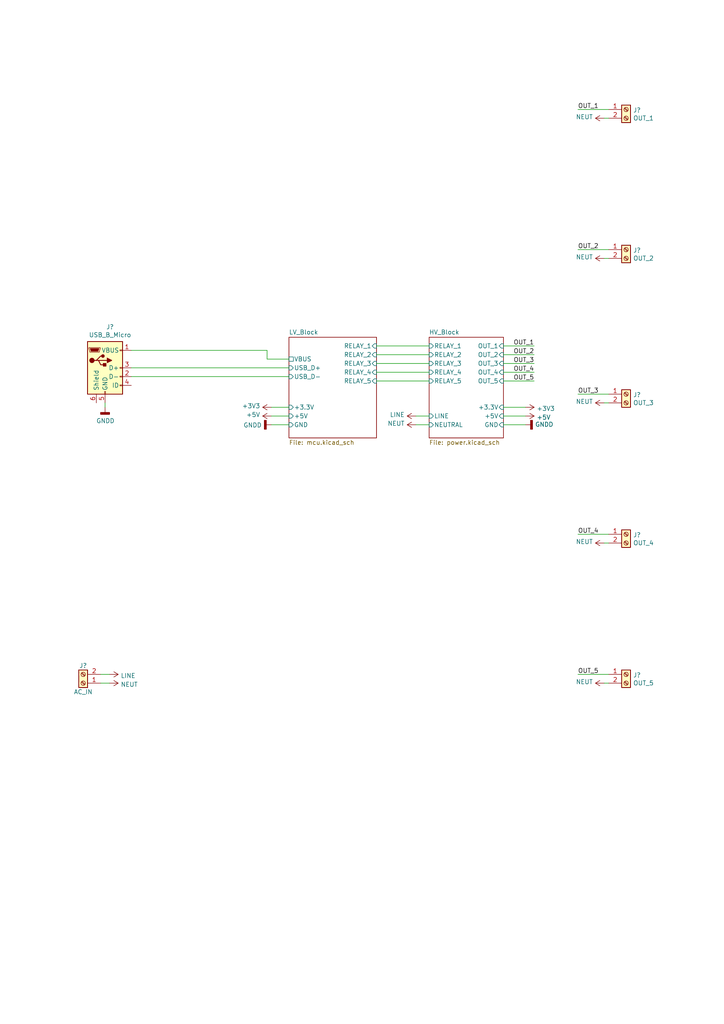
<source format=kicad_sch>
(kicad_sch (version 20211123) (generator eeschema)
  (paper "A4" portrait)
  (lib_symbols
    (symbol "Connector:Screw_Terminal_01x02" (pin_names (offset 1.016) hide)
      (property "Reference" "J" (at 0 2.54 0))
      (property "Value" "Screw_Terminal_01x02" (at 0 -5.08 0))
      (symbol "Screw_Terminal_01x02_1_1"
        (rectangle (start -1.27 1.27) (end 1.27 -3.81) (stroke (width 0.254)) (fill (type background)))
        (circle (center 0 -2.54) (radius 0.635) (stroke (width 0.1524)))
        (polyline (pts (xy -0.5334 -2.2098) (xy 0.3302 -3.048)) (stroke (width 0.1524)))
        (polyline (pts (xy -0.5334 0.3302) (xy 0.3302 -0.508)) (stroke (width 0.1524)))
        (polyline (pts (xy -0.3556 -2.032) (xy 0.508 -2.8702)) (stroke (width 0.1524)))
        (polyline (pts (xy -0.3556 0.508) (xy 0.508 -0.3302)) (stroke (width 0.1524)))
        (circle (center 0 0) (radius 0.635) (stroke (width 0.1524)))
        (pin passive line (at -5.08 0 0) (length 3.81) (name "Pin_1") (number "1"))
        (pin passive line (at -5.08 -2.54 0) (length 3.81) (name "Pin_2") (number "2"))
      )
    )
    (symbol "Connector:USB_B_Micro" (pin_names (offset 1.016))
      (property "Reference" "J" (at -5.08 11.43 0))
      (property "Value" "USB_B_Micro" (at -5.08 8.89 0))
      (symbol "USB_B_Micro_0_1"
        (rectangle (start -5.08 -7.62) (end 5.08 7.62) (stroke (width 0.254)) (fill (type background)))
        (circle (center -3.81 2.159) (radius 0.635) (stroke (width 0.254)) (fill (type outline)))
        (circle (center -0.635 3.429) (radius 0.381) (stroke (width 0.254)) (fill (type outline)))
        (rectangle (start -0.127 -7.62) (end 0.127 -6.858))
        (polyline (pts (xy -1.905 2.159) (xy 0.635 2.159)) (stroke (width 0.254)))
        (polyline (pts (xy -3.175 2.159) (xy -2.54 2.159) (xy -1.27 3.429) (xy -0.635 3.429)) (stroke (width 0.254)))
        (polyline (pts (xy -2.54 2.159) (xy -1.905 2.159) (xy -1.27 0.889) (xy 0 0.889)) (stroke (width 0.254)))
        (polyline (pts (xy 0.635 2.794) (xy 0.635 1.524) (xy 1.905 2.159) (xy 0.635 2.794)) (stroke (width 0.254)) (fill (type outline)))
        (polyline (pts (xy -4.318 5.588) (xy -1.778 5.588) (xy -2.032 4.826) (xy -4.064 4.826) (xy -4.318 5.588)) (fill (type outline)))
        (polyline (pts (xy -4.699 5.842) (xy -4.699 5.588) (xy -4.445 4.826) (xy -4.445 4.572) (xy -1.651 4.572) (xy -1.651 4.826) (xy -1.397 5.588) (xy -1.397 5.842) (xy -4.699 5.842)))
        (rectangle (start 0.254 1.27) (end -0.508 0.508) (stroke (width 0.254)) (fill (type outline)))
        (rectangle (start 5.08 -5.207) (end 4.318 -4.953))
        (rectangle (start 5.08 -2.667) (end 4.318 -2.413))
        (rectangle (start 5.08 -0.127) (end 4.318 0.127))
        (rectangle (start 5.08 4.953) (end 4.318 5.207))
      )
      (symbol "USB_B_Micro_1_1"
        (pin power_out line (at 7.62 5.08 180) (length 2.54) (name "VBUS") (number "1"))
        (pin bidirectional line (at 7.62 -2.54 180) (length 2.54) (name "D-") (number "2"))
        (pin bidirectional line (at 7.62 0 180) (length 2.54) (name "D+") (number "3"))
        (pin passive line (at 7.62 -5.08 180) (length 2.54) (name "ID") (number "4"))
        (pin power_out line (at 0 -10.16 90) (length 2.54) (name "GND") (number "5"))
        (pin passive line (at -2.54 -10.16 90) (length 2.54) (name "Shield") (number "6"))
      )
    )
    (symbol "power:+3.3V" (power) (pin_names (offset 0))
      (property "Value" "+3.3V" (at 0 3.556 0))
      (symbol "+3.3V_0_1"
        (polyline (pts (xy -0.762 1.27) (xy 0 2.54)))
        (polyline (pts (xy 0 0) (xy 0 2.54)))
        (polyline (pts (xy 0 2.54) (xy 0.762 1.27)))
      )
      (symbol "+3.3V_1_1"
        (pin power_in line (at 0 0 90) (length 0) hide (name "+3V3") (number "1"))
      )
    )
    (symbol "power:+5V" (power) (pin_names (offset 0))
      (property "Value" "+5V" (at 0 3.556 0))
      (symbol "+5V_0_1"
        (polyline (pts (xy -0.762 1.27) (xy 0 2.54)))
        (polyline (pts (xy 0 0) (xy 0 2.54)))
        (polyline (pts (xy 0 2.54) (xy 0.762 1.27)))
      )
      (symbol "+5V_1_1"
        (pin power_in line (at 0 0 90) (length 0) hide (name "+5V") (number "1"))
      )
    )
    (symbol "power:GNDD" (power) (pin_names (offset 0))
      (property "Value" "GNDD" (at 0 -3.175 0))
      (symbol "GNDD_0_1"
        (rectangle (start -1.27 -1.524) (end 1.27 -2.032) (stroke (width 0.254)) (fill (type outline)))
        (polyline (pts (xy 0 0) (xy 0 -1.524)))
      )
      (symbol "GNDD_1_1"
        (pin power_in line (at 0 0 270) (length 0) hide (name "GNDD") (number "1"))
      )
    )
    (symbol "power:LINE" (power) (pin_names (offset 0))
      (property "Value" "LINE" (at 0 3.81 0))
      (symbol "LINE_0_1"
        (polyline (pts (xy -0.762 1.27) (xy 0 2.54)))
        (polyline (pts (xy 0 0) (xy 0 2.54)))
        (polyline (pts (xy 0 2.54) (xy 0.762 1.27)))
      )
      (symbol "LINE_1_1"
        (pin power_in line (at 0 0 90) (length 0) hide (name "LINE") (number "1"))
      )
    )
    (symbol "power:NEUT" (power) (pin_names (offset 0))
      (property "Value" "NEUT" (at 0 3.81 0))
      (symbol "NEUT_0_1"
        (polyline (pts (xy -0.762 1.27) (xy 0 2.54)))
        (polyline (pts (xy 0 0) (xy 0 2.54)))
        (polyline (pts (xy 0 2.54) (xy 0.762 1.27)))
      )
      (symbol "NEUT_1_1"
        (pin power_in line (at 0 0 90) (length 0) hide (name "NEUT") (number "1"))
      )
    )
  )
  (wire (pts (xy 109.22 105.41) (xy 124.46 105.41)))
  (wire (pts (xy 38.1 109.22) (xy 83.82 109.22)))
  (wire (pts (xy 176.53 31.75) (xy 167.64 31.75)))
  (wire (pts (xy 176.53 157.48) (xy 175.26 157.48)))
  (wire (pts (xy 78.74 118.11) (xy 83.82 118.11)))
  (wire (pts (xy 146.05 105.41) (xy 154.94 105.41)))
  (wire (pts (xy 31.75 198.12) (xy 29.21 198.12)))
  (wire (pts (xy 30.48 118.11) (xy 30.48 116.84)))
  (wire (pts (xy 78.74 123.19) (xy 83.82 123.19)))
  (wire (pts (xy 152.4 120.65) (xy 146.05 120.65)))
  (wire (pts (xy 176.53 154.94) (xy 167.64 154.94)))
  (wire (pts (xy 38.1 101.6) (xy 77.47 101.6)))
  (wire (pts (xy 146.05 102.87) (xy 154.94 102.87)))
  (wire (pts (xy 77.47 104.14) (xy 83.82 104.14)))
  (wire (pts (xy 176.53 114.3) (xy 167.64 114.3)))
  (wire (pts (xy 120.65 123.19) (xy 124.46 123.19)))
  (wire (pts (xy 109.22 107.95) (xy 124.46 107.95)))
  (wire (pts (xy 78.74 120.65) (xy 83.82 120.65)))
  (wire (pts (xy 152.4 123.19) (xy 146.05 123.19)))
  (wire (pts (xy 146.05 110.49) (xy 154.94 110.49)))
  (wire (pts (xy 120.65 120.65) (xy 124.46 120.65)))
  (wire (pts (xy 38.1 106.68) (xy 83.82 106.68)))
  (wire (pts (xy 176.53 72.39) (xy 167.64 72.39)))
  (wire (pts (xy 31.75 195.58) (xy 29.21 195.58)))
  (wire (pts (xy 109.22 110.49) (xy 124.46 110.49)))
  (wire (pts (xy 109.22 100.33) (xy 124.46 100.33)))
  (wire (pts (xy 176.53 198.12) (xy 175.26 198.12)))
  (wire (pts (xy 146.05 107.95) (xy 154.94 107.95)))
  (wire (pts (xy 176.53 195.58) (xy 167.64 195.58)))
  (wire (pts (xy 109.22 102.87) (xy 124.46 102.87)))
  (wire (pts (xy 176.53 34.29) (xy 175.26 34.29)))
  (wire (pts (xy 146.05 100.33) (xy 154.94 100.33)))
  (wire (pts (xy 152.4 118.11) (xy 146.05 118.11)))
  (wire (pts (xy 176.53 116.84) (xy 175.26 116.84)))
  (wire (pts (xy 176.53 74.93) (xy 175.26 74.93)))
  (wire (pts (xy 77.47 101.6) (xy 77.47 104.14)))
  (label "OUT_3" (at 154.94 105.41 180))
  (label "OUT_2" (at 167.64 72.39 0))
  (label "OUT_3" (at 167.64 114.3 0))
  (label "OUT_4" (at 167.64 154.94 0))
  (label "OUT_1" (at 167.64 31.75 0))
  (label "OUT_4" (at 154.94 107.95 180))
  (label "OUT_5" (at 167.64 195.58 0))
  (label "OUT_2" (at 154.94 102.87 180))
  (label "OUT_1" (at 154.94 100.33 180))
  (label "OUT_5" (at 154.94 110.49 180))
  (symbol (lib_id "Connector:Screw_Terminal_01x02") (at 181.61 31.75 0)
    (property "Reference" "J?" (at 183.642 31.9532 0) (effects (justify left)))
    (property "Value" "OUT_1" (at 183.642 34.2646 0) (effects (justify left)))
  )
  (symbol (lib_id "Connector:Screw_Terminal_01x02") (at 181.61 72.39 0)
    (property "Reference" "J?" (at 183.642 72.5932 0) (effects (justify left)))
    (property "Value" "OUT_2" (at 183.642 74.9046 0) (effects (justify left)))
  )
  (symbol (lib_id "Connector:Screw_Terminal_01x02") (at 181.61 114.3 0)
    (property "Reference" "J?" (at 183.642 114.5032 0) (effects (justify left)))
    (property "Value" "OUT_3" (at 183.642 116.8146 0) (effects (justify left)))
  )
  (symbol (lib_id "Connector:Screw_Terminal_01x02") (at 181.61 154.94 0)
    (property "Reference" "J?" (at 183.642 155.1432 0) (effects (justify left)))
    (property "Value" "OUT_4" (at 183.642 157.4546 0) (effects (justify left)))
  )
  (symbol (lib_id "Connector:Screw_Terminal_01x02") (at 181.61 195.58 0)
    (property "Reference" "J?" (at 183.642 195.7832 0) (effects (justify left)))
    (property "Value" "OUT_5" (at 183.642 198.0946 0) (effects (justify left)))
  )
  (symbol (lib_id "power:NEUT") (at 175.26 34.29 90)
    (property "Reference" "#PWR?" (effects hide))
    (property "Value" "NEUT" (at 172.0088 33.909 90) (effects (justify left)))
  )
  (symbol (lib_id "power:NEUT") (at 175.26 74.93 90)
    (property "Reference" "#PWR?" (effects hide))
    (property "Value" "NEUT" (at 172.0088 74.549 90) (effects (justify left)))
  )
  (symbol (lib_id "power:NEUT") (at 175.26 116.84 90)
    (property "Reference" "#PWR?" (effects hide))
    (property "Value" "NEUT" (at 172.0088 116.459 90) (effects (justify left)))
  )
  (symbol (lib_id "power:NEUT") (at 175.26 157.48 90)
    (property "Reference" "#PWR?" (effects hide))
    (property "Value" "NEUT" (at 172.0088 157.099 90) (effects (justify left)))
  )
  (symbol (lib_id "power:NEUT") (at 175.26 198.12 90)
    (property "Reference" "#PWR?" (effects hide))
    (property "Value" "NEUT" (at 172.0088 197.739 90) (effects (justify left)))
  )
  (symbol (lib_id "Connector:Screw_Terminal_01x02") (at 24.13 198.12 180)
    (property "Reference" "J?" (at 24.13 193.04 0))
    (property "Value" "AC_IN" (at 24.13 200.66 0))
  )
  (symbol (lib_id "power:NEUT") (at 31.75 198.12 270) (unit 1)
    (property "Reference" "#PWR?" (effects hide))
    (property "Value" "NEUT" (at 35.0012 198.501 90) (effects (justify left)))
  )
  (symbol (lib_id "power:LINE") (at 31.75 195.58 270) (unit 1)
    (property "Reference" "#PWR?" (effects hide))
    (property "Value" "LINE" (at 35.0012 195.961 90) (effects (justify left)))
  )
  (symbol (lib_id "Connector:USB_B_Micro") (at 30.48 106.68 0) (unit 1)
    (property "Reference" "J?" (at 31.9278 94.8182 0))
    (property "Value" "USB_B_Micro" (at 31.9278 97.1296 0))
  )
  (symbol (lib_id "power:LINE") (at 120.65 120.65 90) (unit 1)
    (property "Reference" "#PWR?" (effects hide))
    (property "Value" "LINE" (at 117.3988 120.269 90) (effects (justify left)))
  )
  (symbol (lib_id "power:NEUT") (at 120.65 123.19 90) (unit 1)
    (property "Reference" "#PWR?" (effects hide))
    (property "Value" "NEUT" (at 117.3988 122.809 90) (effects (justify left)))
  )
  (symbol (lib_id "power:+5V") (at 152.4 120.65 270) (unit 1)
    (property "Reference" "#PWR?" (effects hide))
    (property "Value" "+5V" (at 155.6512 121.031 90) (effects (justify left)))
  )
  (symbol (lib_id "power:+3.3V") (at 152.4 118.11 270) (unit 1)
    (property "Reference" "#PWR?" (effects hide))
    (property "Value" "+3.3V" (at 155.6512 118.491 90) (effects (justify left)))
  )
  (symbol (lib_id "power:GNDD") (at 152.4 123.19 90) (unit 1)
    (property "Reference" "#PWR?" (effects hide))
    (property "Value" "GNDD" (at 155.194 123.0884 90) (effects (justify right)))
  )
  (symbol (lib_id "power:GNDD") (at 78.74 123.19 270) (unit 1)
    (property "Reference" "#PWR?" (effects hide))
    (property "Value" "GNDD" (at 75.946 123.2916 90) (effects (justify right)))
  )
  (symbol (lib_id "power:+5V") (at 78.74 120.65 90) (unit 1)
    (property "Reference" "#PWR?" (effects hide))
    (property "Value" "+5V" (at 75.4888 120.269 90) (effects (justify left)))
  )
  (symbol (lib_id "power:+3.3V") (at 78.74 118.11 90) (unit 1)
    (property "Reference" "#PWR?" (effects hide))
    (property "Value" "+3.3V" (at 75.4888 117.729 90) (effects (justify left)))
  )
  (symbol (lib_id "power:GNDD") (at 30.48 118.11 0) (unit 1)
    (property "Reference" "#PWR?" (effects hide))
    (property "Value" "GNDD" (at 30.5816 122.047 0))
  )
  (sheet (at 83.82 97.79) (size 25.4 29.21)
    (property "Sheet name" "LV_Block" (at 83.82 97.0784 0) (effects (justify left bottom)))
    (property "Sheet file" "mcu.kicad_sch" (at 83.82 127.5846 0) (effects (justify left top)))
    (pin "RELAY_1" input (at 109.22 100.33 0))
    (pin "RELAY_2" input (at 109.22 102.87 0))
    (pin "RELAY_3" input (at 109.22 105.41 0))
    (pin "RELAY_4" input (at 109.22 107.95 0))
    (pin "RELAY_5" input (at 109.22 110.49 0))
    (pin "+5V" input (at 83.82 120.65 180))
    (pin "GND" input (at 83.82 123.19 180))
    (pin "+3.3V" input (at 83.82 118.11 180))
    (pin "USB_D+" input (at 83.82 106.68 180))
    (pin "USB_D-" input (at 83.82 109.22 180))
    (pin "VBUS" passive (at 83.82 104.14 180))
  )
  (sheet (at 124.46 97.79) (size 21.59 29.21)
    (property "Sheet name" "HV_Block" (at 124.46 97.0784 0) (effects (justify left bottom)))
    (property "Sheet file" "power.kicad_sch" (at 124.46 127.5846 0) (effects (justify left top)))
    (pin "LINE" input (at 124.46 120.65 180))
    (pin "NEUTRAL" input (at 124.46 123.19 180))
    (pin "OUT_1" input (at 146.05 100.33 0))
    (pin "OUT_2" input (at 146.05 102.87 0))
    (pin "OUT_3" input (at 146.05 105.41 0))
    (pin "OUT_4" input (at 146.05 107.95 0))
    (pin "OUT_5" input (at 146.05 110.49 0))
    (pin "RELAY_1" input (at 124.46 100.33 180))
    (pin "RELAY_2" input (at 124.46 102.87 180))
    (pin "RELAY_3" input (at 124.46 105.41 180))
    (pin "RELAY_4" input (at 124.46 107.95 180))
    (pin "RELAY_5" input (at 124.46 110.49 180))
    (pin "+5V" input (at 146.05 120.65 0))
    (pin "GND" input (at 146.05 123.19 0))
    (pin "+3.3V" input (at 146.05 118.11 0))
  )
)
</source>
